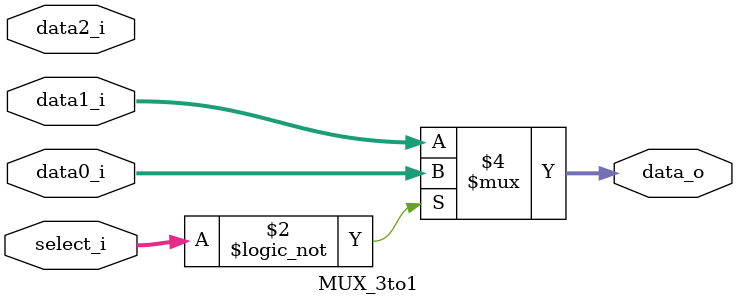
<source format=v>
`timescale 1ns/1ps

module MUX_3to1(
    input       [32-1:0] data0_i,
    input       [32-1:0] data1_i,
    input       [32-1:0] data2_i,
    input       [ 2-1:0] select_i,
    output  reg [32-1:0] data_o
);
/* Write your code HERE */
always @(*) begin
    if (select_i == 2'b00) begin
        data_o <= data0_i;
    end else if (2'b01) begin
        data_o <= data1_i;
    end else begin
        data_o <= data2_i;
    end
end
endmodule


</source>
